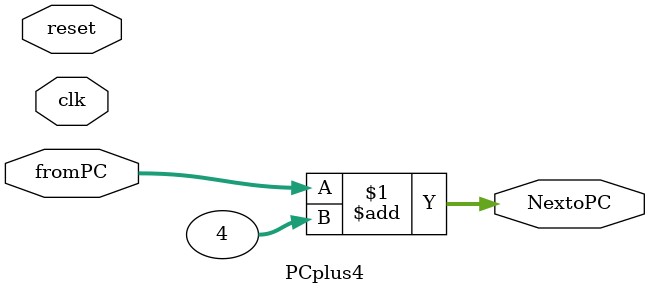
<source format=v>
module PCplus4(clk, reset, fromPC, NextoPC);

input clk, reset;
input [31:0] fromPC;
output [31:0] NextoPC;

assign NextoPC = fromPC + 4;



endmodule

</source>
